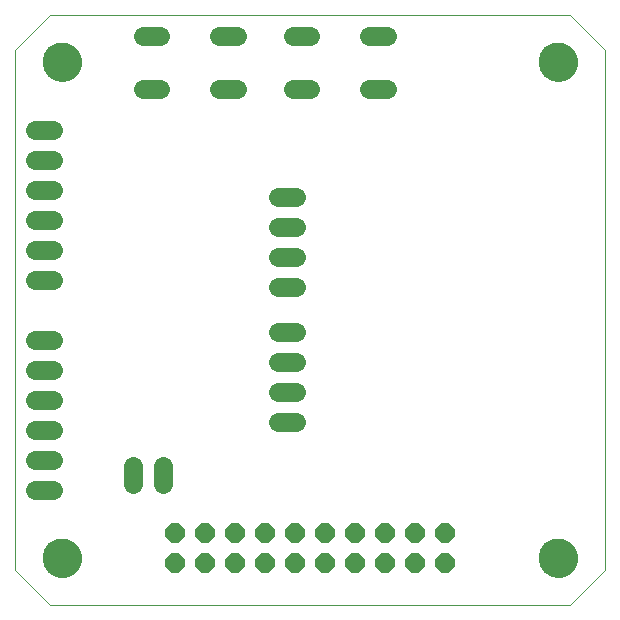
<source format=gbs>
G75*
%MOIN*%
%OFA0B0*%
%FSLAX25Y25*%
%IPPOS*%
%LPD*%
%AMOC8*
5,1,8,0,0,1.08239X$1,22.5*
%
%ADD10OC8,0.06400*%
%ADD11C,0.00000*%
%ADD12C,0.12998*%
%ADD13C,0.06400*%
%ADD14C,0.06337*%
D10*
X0122300Y0112600D03*
X0122300Y0122600D03*
X0132300Y0122600D03*
X0132300Y0112600D03*
X0142300Y0112600D03*
X0142300Y0122600D03*
X0152300Y0122600D03*
X0152300Y0112600D03*
X0162300Y0112600D03*
X0162300Y0122600D03*
X0172300Y0122600D03*
X0172300Y0112600D03*
X0182300Y0112600D03*
X0182300Y0122600D03*
X0192300Y0122600D03*
X0192300Y0112600D03*
X0202300Y0112600D03*
X0202300Y0122600D03*
X0212300Y0122600D03*
X0212300Y0112600D03*
D11*
X0080711Y0098500D02*
X0068900Y0110311D01*
X0068900Y0283539D01*
X0080711Y0295350D01*
X0253939Y0295350D01*
X0265750Y0283539D01*
X0265750Y0110311D01*
X0253939Y0098500D01*
X0080711Y0098500D01*
X0078349Y0114248D02*
X0078351Y0114406D01*
X0078357Y0114564D01*
X0078367Y0114722D01*
X0078381Y0114880D01*
X0078399Y0115037D01*
X0078420Y0115194D01*
X0078446Y0115350D01*
X0078476Y0115506D01*
X0078509Y0115661D01*
X0078547Y0115814D01*
X0078588Y0115967D01*
X0078633Y0116119D01*
X0078682Y0116270D01*
X0078735Y0116419D01*
X0078791Y0116567D01*
X0078851Y0116713D01*
X0078915Y0116858D01*
X0078983Y0117001D01*
X0079054Y0117143D01*
X0079128Y0117283D01*
X0079206Y0117420D01*
X0079288Y0117556D01*
X0079372Y0117690D01*
X0079461Y0117821D01*
X0079552Y0117950D01*
X0079647Y0118077D01*
X0079744Y0118202D01*
X0079845Y0118324D01*
X0079949Y0118443D01*
X0080056Y0118560D01*
X0080166Y0118674D01*
X0080279Y0118785D01*
X0080394Y0118894D01*
X0080512Y0118999D01*
X0080633Y0119101D01*
X0080756Y0119201D01*
X0080882Y0119297D01*
X0081010Y0119390D01*
X0081140Y0119480D01*
X0081273Y0119566D01*
X0081408Y0119650D01*
X0081544Y0119729D01*
X0081683Y0119806D01*
X0081824Y0119878D01*
X0081966Y0119948D01*
X0082110Y0120013D01*
X0082256Y0120075D01*
X0082403Y0120133D01*
X0082552Y0120188D01*
X0082702Y0120239D01*
X0082853Y0120286D01*
X0083005Y0120329D01*
X0083158Y0120368D01*
X0083313Y0120404D01*
X0083468Y0120435D01*
X0083624Y0120463D01*
X0083780Y0120487D01*
X0083937Y0120507D01*
X0084095Y0120523D01*
X0084252Y0120535D01*
X0084411Y0120543D01*
X0084569Y0120547D01*
X0084727Y0120547D01*
X0084885Y0120543D01*
X0085044Y0120535D01*
X0085201Y0120523D01*
X0085359Y0120507D01*
X0085516Y0120487D01*
X0085672Y0120463D01*
X0085828Y0120435D01*
X0085983Y0120404D01*
X0086138Y0120368D01*
X0086291Y0120329D01*
X0086443Y0120286D01*
X0086594Y0120239D01*
X0086744Y0120188D01*
X0086893Y0120133D01*
X0087040Y0120075D01*
X0087186Y0120013D01*
X0087330Y0119948D01*
X0087472Y0119878D01*
X0087613Y0119806D01*
X0087752Y0119729D01*
X0087888Y0119650D01*
X0088023Y0119566D01*
X0088156Y0119480D01*
X0088286Y0119390D01*
X0088414Y0119297D01*
X0088540Y0119201D01*
X0088663Y0119101D01*
X0088784Y0118999D01*
X0088902Y0118894D01*
X0089017Y0118785D01*
X0089130Y0118674D01*
X0089240Y0118560D01*
X0089347Y0118443D01*
X0089451Y0118324D01*
X0089552Y0118202D01*
X0089649Y0118077D01*
X0089744Y0117950D01*
X0089835Y0117821D01*
X0089924Y0117690D01*
X0090008Y0117556D01*
X0090090Y0117420D01*
X0090168Y0117283D01*
X0090242Y0117143D01*
X0090313Y0117001D01*
X0090381Y0116858D01*
X0090445Y0116713D01*
X0090505Y0116567D01*
X0090561Y0116419D01*
X0090614Y0116270D01*
X0090663Y0116119D01*
X0090708Y0115967D01*
X0090749Y0115814D01*
X0090787Y0115661D01*
X0090820Y0115506D01*
X0090850Y0115350D01*
X0090876Y0115194D01*
X0090897Y0115037D01*
X0090915Y0114880D01*
X0090929Y0114722D01*
X0090939Y0114564D01*
X0090945Y0114406D01*
X0090947Y0114248D01*
X0090945Y0114090D01*
X0090939Y0113932D01*
X0090929Y0113774D01*
X0090915Y0113616D01*
X0090897Y0113459D01*
X0090876Y0113302D01*
X0090850Y0113146D01*
X0090820Y0112990D01*
X0090787Y0112835D01*
X0090749Y0112682D01*
X0090708Y0112529D01*
X0090663Y0112377D01*
X0090614Y0112226D01*
X0090561Y0112077D01*
X0090505Y0111929D01*
X0090445Y0111783D01*
X0090381Y0111638D01*
X0090313Y0111495D01*
X0090242Y0111353D01*
X0090168Y0111213D01*
X0090090Y0111076D01*
X0090008Y0110940D01*
X0089924Y0110806D01*
X0089835Y0110675D01*
X0089744Y0110546D01*
X0089649Y0110419D01*
X0089552Y0110294D01*
X0089451Y0110172D01*
X0089347Y0110053D01*
X0089240Y0109936D01*
X0089130Y0109822D01*
X0089017Y0109711D01*
X0088902Y0109602D01*
X0088784Y0109497D01*
X0088663Y0109395D01*
X0088540Y0109295D01*
X0088414Y0109199D01*
X0088286Y0109106D01*
X0088156Y0109016D01*
X0088023Y0108930D01*
X0087888Y0108846D01*
X0087752Y0108767D01*
X0087613Y0108690D01*
X0087472Y0108618D01*
X0087330Y0108548D01*
X0087186Y0108483D01*
X0087040Y0108421D01*
X0086893Y0108363D01*
X0086744Y0108308D01*
X0086594Y0108257D01*
X0086443Y0108210D01*
X0086291Y0108167D01*
X0086138Y0108128D01*
X0085983Y0108092D01*
X0085828Y0108061D01*
X0085672Y0108033D01*
X0085516Y0108009D01*
X0085359Y0107989D01*
X0085201Y0107973D01*
X0085044Y0107961D01*
X0084885Y0107953D01*
X0084727Y0107949D01*
X0084569Y0107949D01*
X0084411Y0107953D01*
X0084252Y0107961D01*
X0084095Y0107973D01*
X0083937Y0107989D01*
X0083780Y0108009D01*
X0083624Y0108033D01*
X0083468Y0108061D01*
X0083313Y0108092D01*
X0083158Y0108128D01*
X0083005Y0108167D01*
X0082853Y0108210D01*
X0082702Y0108257D01*
X0082552Y0108308D01*
X0082403Y0108363D01*
X0082256Y0108421D01*
X0082110Y0108483D01*
X0081966Y0108548D01*
X0081824Y0108618D01*
X0081683Y0108690D01*
X0081544Y0108767D01*
X0081408Y0108846D01*
X0081273Y0108930D01*
X0081140Y0109016D01*
X0081010Y0109106D01*
X0080882Y0109199D01*
X0080756Y0109295D01*
X0080633Y0109395D01*
X0080512Y0109497D01*
X0080394Y0109602D01*
X0080279Y0109711D01*
X0080166Y0109822D01*
X0080056Y0109936D01*
X0079949Y0110053D01*
X0079845Y0110172D01*
X0079744Y0110294D01*
X0079647Y0110419D01*
X0079552Y0110546D01*
X0079461Y0110675D01*
X0079372Y0110806D01*
X0079288Y0110940D01*
X0079206Y0111076D01*
X0079128Y0111213D01*
X0079054Y0111353D01*
X0078983Y0111495D01*
X0078915Y0111638D01*
X0078851Y0111783D01*
X0078791Y0111929D01*
X0078735Y0112077D01*
X0078682Y0112226D01*
X0078633Y0112377D01*
X0078588Y0112529D01*
X0078547Y0112682D01*
X0078509Y0112835D01*
X0078476Y0112990D01*
X0078446Y0113146D01*
X0078420Y0113302D01*
X0078399Y0113459D01*
X0078381Y0113616D01*
X0078367Y0113774D01*
X0078357Y0113932D01*
X0078351Y0114090D01*
X0078349Y0114248D01*
X0078349Y0279602D02*
X0078351Y0279760D01*
X0078357Y0279918D01*
X0078367Y0280076D01*
X0078381Y0280234D01*
X0078399Y0280391D01*
X0078420Y0280548D01*
X0078446Y0280704D01*
X0078476Y0280860D01*
X0078509Y0281015D01*
X0078547Y0281168D01*
X0078588Y0281321D01*
X0078633Y0281473D01*
X0078682Y0281624D01*
X0078735Y0281773D01*
X0078791Y0281921D01*
X0078851Y0282067D01*
X0078915Y0282212D01*
X0078983Y0282355D01*
X0079054Y0282497D01*
X0079128Y0282637D01*
X0079206Y0282774D01*
X0079288Y0282910D01*
X0079372Y0283044D01*
X0079461Y0283175D01*
X0079552Y0283304D01*
X0079647Y0283431D01*
X0079744Y0283556D01*
X0079845Y0283678D01*
X0079949Y0283797D01*
X0080056Y0283914D01*
X0080166Y0284028D01*
X0080279Y0284139D01*
X0080394Y0284248D01*
X0080512Y0284353D01*
X0080633Y0284455D01*
X0080756Y0284555D01*
X0080882Y0284651D01*
X0081010Y0284744D01*
X0081140Y0284834D01*
X0081273Y0284920D01*
X0081408Y0285004D01*
X0081544Y0285083D01*
X0081683Y0285160D01*
X0081824Y0285232D01*
X0081966Y0285302D01*
X0082110Y0285367D01*
X0082256Y0285429D01*
X0082403Y0285487D01*
X0082552Y0285542D01*
X0082702Y0285593D01*
X0082853Y0285640D01*
X0083005Y0285683D01*
X0083158Y0285722D01*
X0083313Y0285758D01*
X0083468Y0285789D01*
X0083624Y0285817D01*
X0083780Y0285841D01*
X0083937Y0285861D01*
X0084095Y0285877D01*
X0084252Y0285889D01*
X0084411Y0285897D01*
X0084569Y0285901D01*
X0084727Y0285901D01*
X0084885Y0285897D01*
X0085044Y0285889D01*
X0085201Y0285877D01*
X0085359Y0285861D01*
X0085516Y0285841D01*
X0085672Y0285817D01*
X0085828Y0285789D01*
X0085983Y0285758D01*
X0086138Y0285722D01*
X0086291Y0285683D01*
X0086443Y0285640D01*
X0086594Y0285593D01*
X0086744Y0285542D01*
X0086893Y0285487D01*
X0087040Y0285429D01*
X0087186Y0285367D01*
X0087330Y0285302D01*
X0087472Y0285232D01*
X0087613Y0285160D01*
X0087752Y0285083D01*
X0087888Y0285004D01*
X0088023Y0284920D01*
X0088156Y0284834D01*
X0088286Y0284744D01*
X0088414Y0284651D01*
X0088540Y0284555D01*
X0088663Y0284455D01*
X0088784Y0284353D01*
X0088902Y0284248D01*
X0089017Y0284139D01*
X0089130Y0284028D01*
X0089240Y0283914D01*
X0089347Y0283797D01*
X0089451Y0283678D01*
X0089552Y0283556D01*
X0089649Y0283431D01*
X0089744Y0283304D01*
X0089835Y0283175D01*
X0089924Y0283044D01*
X0090008Y0282910D01*
X0090090Y0282774D01*
X0090168Y0282637D01*
X0090242Y0282497D01*
X0090313Y0282355D01*
X0090381Y0282212D01*
X0090445Y0282067D01*
X0090505Y0281921D01*
X0090561Y0281773D01*
X0090614Y0281624D01*
X0090663Y0281473D01*
X0090708Y0281321D01*
X0090749Y0281168D01*
X0090787Y0281015D01*
X0090820Y0280860D01*
X0090850Y0280704D01*
X0090876Y0280548D01*
X0090897Y0280391D01*
X0090915Y0280234D01*
X0090929Y0280076D01*
X0090939Y0279918D01*
X0090945Y0279760D01*
X0090947Y0279602D01*
X0090945Y0279444D01*
X0090939Y0279286D01*
X0090929Y0279128D01*
X0090915Y0278970D01*
X0090897Y0278813D01*
X0090876Y0278656D01*
X0090850Y0278500D01*
X0090820Y0278344D01*
X0090787Y0278189D01*
X0090749Y0278036D01*
X0090708Y0277883D01*
X0090663Y0277731D01*
X0090614Y0277580D01*
X0090561Y0277431D01*
X0090505Y0277283D01*
X0090445Y0277137D01*
X0090381Y0276992D01*
X0090313Y0276849D01*
X0090242Y0276707D01*
X0090168Y0276567D01*
X0090090Y0276430D01*
X0090008Y0276294D01*
X0089924Y0276160D01*
X0089835Y0276029D01*
X0089744Y0275900D01*
X0089649Y0275773D01*
X0089552Y0275648D01*
X0089451Y0275526D01*
X0089347Y0275407D01*
X0089240Y0275290D01*
X0089130Y0275176D01*
X0089017Y0275065D01*
X0088902Y0274956D01*
X0088784Y0274851D01*
X0088663Y0274749D01*
X0088540Y0274649D01*
X0088414Y0274553D01*
X0088286Y0274460D01*
X0088156Y0274370D01*
X0088023Y0274284D01*
X0087888Y0274200D01*
X0087752Y0274121D01*
X0087613Y0274044D01*
X0087472Y0273972D01*
X0087330Y0273902D01*
X0087186Y0273837D01*
X0087040Y0273775D01*
X0086893Y0273717D01*
X0086744Y0273662D01*
X0086594Y0273611D01*
X0086443Y0273564D01*
X0086291Y0273521D01*
X0086138Y0273482D01*
X0085983Y0273446D01*
X0085828Y0273415D01*
X0085672Y0273387D01*
X0085516Y0273363D01*
X0085359Y0273343D01*
X0085201Y0273327D01*
X0085044Y0273315D01*
X0084885Y0273307D01*
X0084727Y0273303D01*
X0084569Y0273303D01*
X0084411Y0273307D01*
X0084252Y0273315D01*
X0084095Y0273327D01*
X0083937Y0273343D01*
X0083780Y0273363D01*
X0083624Y0273387D01*
X0083468Y0273415D01*
X0083313Y0273446D01*
X0083158Y0273482D01*
X0083005Y0273521D01*
X0082853Y0273564D01*
X0082702Y0273611D01*
X0082552Y0273662D01*
X0082403Y0273717D01*
X0082256Y0273775D01*
X0082110Y0273837D01*
X0081966Y0273902D01*
X0081824Y0273972D01*
X0081683Y0274044D01*
X0081544Y0274121D01*
X0081408Y0274200D01*
X0081273Y0274284D01*
X0081140Y0274370D01*
X0081010Y0274460D01*
X0080882Y0274553D01*
X0080756Y0274649D01*
X0080633Y0274749D01*
X0080512Y0274851D01*
X0080394Y0274956D01*
X0080279Y0275065D01*
X0080166Y0275176D01*
X0080056Y0275290D01*
X0079949Y0275407D01*
X0079845Y0275526D01*
X0079744Y0275648D01*
X0079647Y0275773D01*
X0079552Y0275900D01*
X0079461Y0276029D01*
X0079372Y0276160D01*
X0079288Y0276294D01*
X0079206Y0276430D01*
X0079128Y0276567D01*
X0079054Y0276707D01*
X0078983Y0276849D01*
X0078915Y0276992D01*
X0078851Y0277137D01*
X0078791Y0277283D01*
X0078735Y0277431D01*
X0078682Y0277580D01*
X0078633Y0277731D01*
X0078588Y0277883D01*
X0078547Y0278036D01*
X0078509Y0278189D01*
X0078476Y0278344D01*
X0078446Y0278500D01*
X0078420Y0278656D01*
X0078399Y0278813D01*
X0078381Y0278970D01*
X0078367Y0279128D01*
X0078357Y0279286D01*
X0078351Y0279444D01*
X0078349Y0279602D01*
X0243703Y0279602D02*
X0243705Y0279760D01*
X0243711Y0279918D01*
X0243721Y0280076D01*
X0243735Y0280234D01*
X0243753Y0280391D01*
X0243774Y0280548D01*
X0243800Y0280704D01*
X0243830Y0280860D01*
X0243863Y0281015D01*
X0243901Y0281168D01*
X0243942Y0281321D01*
X0243987Y0281473D01*
X0244036Y0281624D01*
X0244089Y0281773D01*
X0244145Y0281921D01*
X0244205Y0282067D01*
X0244269Y0282212D01*
X0244337Y0282355D01*
X0244408Y0282497D01*
X0244482Y0282637D01*
X0244560Y0282774D01*
X0244642Y0282910D01*
X0244726Y0283044D01*
X0244815Y0283175D01*
X0244906Y0283304D01*
X0245001Y0283431D01*
X0245098Y0283556D01*
X0245199Y0283678D01*
X0245303Y0283797D01*
X0245410Y0283914D01*
X0245520Y0284028D01*
X0245633Y0284139D01*
X0245748Y0284248D01*
X0245866Y0284353D01*
X0245987Y0284455D01*
X0246110Y0284555D01*
X0246236Y0284651D01*
X0246364Y0284744D01*
X0246494Y0284834D01*
X0246627Y0284920D01*
X0246762Y0285004D01*
X0246898Y0285083D01*
X0247037Y0285160D01*
X0247178Y0285232D01*
X0247320Y0285302D01*
X0247464Y0285367D01*
X0247610Y0285429D01*
X0247757Y0285487D01*
X0247906Y0285542D01*
X0248056Y0285593D01*
X0248207Y0285640D01*
X0248359Y0285683D01*
X0248512Y0285722D01*
X0248667Y0285758D01*
X0248822Y0285789D01*
X0248978Y0285817D01*
X0249134Y0285841D01*
X0249291Y0285861D01*
X0249449Y0285877D01*
X0249606Y0285889D01*
X0249765Y0285897D01*
X0249923Y0285901D01*
X0250081Y0285901D01*
X0250239Y0285897D01*
X0250398Y0285889D01*
X0250555Y0285877D01*
X0250713Y0285861D01*
X0250870Y0285841D01*
X0251026Y0285817D01*
X0251182Y0285789D01*
X0251337Y0285758D01*
X0251492Y0285722D01*
X0251645Y0285683D01*
X0251797Y0285640D01*
X0251948Y0285593D01*
X0252098Y0285542D01*
X0252247Y0285487D01*
X0252394Y0285429D01*
X0252540Y0285367D01*
X0252684Y0285302D01*
X0252826Y0285232D01*
X0252967Y0285160D01*
X0253106Y0285083D01*
X0253242Y0285004D01*
X0253377Y0284920D01*
X0253510Y0284834D01*
X0253640Y0284744D01*
X0253768Y0284651D01*
X0253894Y0284555D01*
X0254017Y0284455D01*
X0254138Y0284353D01*
X0254256Y0284248D01*
X0254371Y0284139D01*
X0254484Y0284028D01*
X0254594Y0283914D01*
X0254701Y0283797D01*
X0254805Y0283678D01*
X0254906Y0283556D01*
X0255003Y0283431D01*
X0255098Y0283304D01*
X0255189Y0283175D01*
X0255278Y0283044D01*
X0255362Y0282910D01*
X0255444Y0282774D01*
X0255522Y0282637D01*
X0255596Y0282497D01*
X0255667Y0282355D01*
X0255735Y0282212D01*
X0255799Y0282067D01*
X0255859Y0281921D01*
X0255915Y0281773D01*
X0255968Y0281624D01*
X0256017Y0281473D01*
X0256062Y0281321D01*
X0256103Y0281168D01*
X0256141Y0281015D01*
X0256174Y0280860D01*
X0256204Y0280704D01*
X0256230Y0280548D01*
X0256251Y0280391D01*
X0256269Y0280234D01*
X0256283Y0280076D01*
X0256293Y0279918D01*
X0256299Y0279760D01*
X0256301Y0279602D01*
X0256299Y0279444D01*
X0256293Y0279286D01*
X0256283Y0279128D01*
X0256269Y0278970D01*
X0256251Y0278813D01*
X0256230Y0278656D01*
X0256204Y0278500D01*
X0256174Y0278344D01*
X0256141Y0278189D01*
X0256103Y0278036D01*
X0256062Y0277883D01*
X0256017Y0277731D01*
X0255968Y0277580D01*
X0255915Y0277431D01*
X0255859Y0277283D01*
X0255799Y0277137D01*
X0255735Y0276992D01*
X0255667Y0276849D01*
X0255596Y0276707D01*
X0255522Y0276567D01*
X0255444Y0276430D01*
X0255362Y0276294D01*
X0255278Y0276160D01*
X0255189Y0276029D01*
X0255098Y0275900D01*
X0255003Y0275773D01*
X0254906Y0275648D01*
X0254805Y0275526D01*
X0254701Y0275407D01*
X0254594Y0275290D01*
X0254484Y0275176D01*
X0254371Y0275065D01*
X0254256Y0274956D01*
X0254138Y0274851D01*
X0254017Y0274749D01*
X0253894Y0274649D01*
X0253768Y0274553D01*
X0253640Y0274460D01*
X0253510Y0274370D01*
X0253377Y0274284D01*
X0253242Y0274200D01*
X0253106Y0274121D01*
X0252967Y0274044D01*
X0252826Y0273972D01*
X0252684Y0273902D01*
X0252540Y0273837D01*
X0252394Y0273775D01*
X0252247Y0273717D01*
X0252098Y0273662D01*
X0251948Y0273611D01*
X0251797Y0273564D01*
X0251645Y0273521D01*
X0251492Y0273482D01*
X0251337Y0273446D01*
X0251182Y0273415D01*
X0251026Y0273387D01*
X0250870Y0273363D01*
X0250713Y0273343D01*
X0250555Y0273327D01*
X0250398Y0273315D01*
X0250239Y0273307D01*
X0250081Y0273303D01*
X0249923Y0273303D01*
X0249765Y0273307D01*
X0249606Y0273315D01*
X0249449Y0273327D01*
X0249291Y0273343D01*
X0249134Y0273363D01*
X0248978Y0273387D01*
X0248822Y0273415D01*
X0248667Y0273446D01*
X0248512Y0273482D01*
X0248359Y0273521D01*
X0248207Y0273564D01*
X0248056Y0273611D01*
X0247906Y0273662D01*
X0247757Y0273717D01*
X0247610Y0273775D01*
X0247464Y0273837D01*
X0247320Y0273902D01*
X0247178Y0273972D01*
X0247037Y0274044D01*
X0246898Y0274121D01*
X0246762Y0274200D01*
X0246627Y0274284D01*
X0246494Y0274370D01*
X0246364Y0274460D01*
X0246236Y0274553D01*
X0246110Y0274649D01*
X0245987Y0274749D01*
X0245866Y0274851D01*
X0245748Y0274956D01*
X0245633Y0275065D01*
X0245520Y0275176D01*
X0245410Y0275290D01*
X0245303Y0275407D01*
X0245199Y0275526D01*
X0245098Y0275648D01*
X0245001Y0275773D01*
X0244906Y0275900D01*
X0244815Y0276029D01*
X0244726Y0276160D01*
X0244642Y0276294D01*
X0244560Y0276430D01*
X0244482Y0276567D01*
X0244408Y0276707D01*
X0244337Y0276849D01*
X0244269Y0276992D01*
X0244205Y0277137D01*
X0244145Y0277283D01*
X0244089Y0277431D01*
X0244036Y0277580D01*
X0243987Y0277731D01*
X0243942Y0277883D01*
X0243901Y0278036D01*
X0243863Y0278189D01*
X0243830Y0278344D01*
X0243800Y0278500D01*
X0243774Y0278656D01*
X0243753Y0278813D01*
X0243735Y0278970D01*
X0243721Y0279128D01*
X0243711Y0279286D01*
X0243705Y0279444D01*
X0243703Y0279602D01*
X0243703Y0114248D02*
X0243705Y0114406D01*
X0243711Y0114564D01*
X0243721Y0114722D01*
X0243735Y0114880D01*
X0243753Y0115037D01*
X0243774Y0115194D01*
X0243800Y0115350D01*
X0243830Y0115506D01*
X0243863Y0115661D01*
X0243901Y0115814D01*
X0243942Y0115967D01*
X0243987Y0116119D01*
X0244036Y0116270D01*
X0244089Y0116419D01*
X0244145Y0116567D01*
X0244205Y0116713D01*
X0244269Y0116858D01*
X0244337Y0117001D01*
X0244408Y0117143D01*
X0244482Y0117283D01*
X0244560Y0117420D01*
X0244642Y0117556D01*
X0244726Y0117690D01*
X0244815Y0117821D01*
X0244906Y0117950D01*
X0245001Y0118077D01*
X0245098Y0118202D01*
X0245199Y0118324D01*
X0245303Y0118443D01*
X0245410Y0118560D01*
X0245520Y0118674D01*
X0245633Y0118785D01*
X0245748Y0118894D01*
X0245866Y0118999D01*
X0245987Y0119101D01*
X0246110Y0119201D01*
X0246236Y0119297D01*
X0246364Y0119390D01*
X0246494Y0119480D01*
X0246627Y0119566D01*
X0246762Y0119650D01*
X0246898Y0119729D01*
X0247037Y0119806D01*
X0247178Y0119878D01*
X0247320Y0119948D01*
X0247464Y0120013D01*
X0247610Y0120075D01*
X0247757Y0120133D01*
X0247906Y0120188D01*
X0248056Y0120239D01*
X0248207Y0120286D01*
X0248359Y0120329D01*
X0248512Y0120368D01*
X0248667Y0120404D01*
X0248822Y0120435D01*
X0248978Y0120463D01*
X0249134Y0120487D01*
X0249291Y0120507D01*
X0249449Y0120523D01*
X0249606Y0120535D01*
X0249765Y0120543D01*
X0249923Y0120547D01*
X0250081Y0120547D01*
X0250239Y0120543D01*
X0250398Y0120535D01*
X0250555Y0120523D01*
X0250713Y0120507D01*
X0250870Y0120487D01*
X0251026Y0120463D01*
X0251182Y0120435D01*
X0251337Y0120404D01*
X0251492Y0120368D01*
X0251645Y0120329D01*
X0251797Y0120286D01*
X0251948Y0120239D01*
X0252098Y0120188D01*
X0252247Y0120133D01*
X0252394Y0120075D01*
X0252540Y0120013D01*
X0252684Y0119948D01*
X0252826Y0119878D01*
X0252967Y0119806D01*
X0253106Y0119729D01*
X0253242Y0119650D01*
X0253377Y0119566D01*
X0253510Y0119480D01*
X0253640Y0119390D01*
X0253768Y0119297D01*
X0253894Y0119201D01*
X0254017Y0119101D01*
X0254138Y0118999D01*
X0254256Y0118894D01*
X0254371Y0118785D01*
X0254484Y0118674D01*
X0254594Y0118560D01*
X0254701Y0118443D01*
X0254805Y0118324D01*
X0254906Y0118202D01*
X0255003Y0118077D01*
X0255098Y0117950D01*
X0255189Y0117821D01*
X0255278Y0117690D01*
X0255362Y0117556D01*
X0255444Y0117420D01*
X0255522Y0117283D01*
X0255596Y0117143D01*
X0255667Y0117001D01*
X0255735Y0116858D01*
X0255799Y0116713D01*
X0255859Y0116567D01*
X0255915Y0116419D01*
X0255968Y0116270D01*
X0256017Y0116119D01*
X0256062Y0115967D01*
X0256103Y0115814D01*
X0256141Y0115661D01*
X0256174Y0115506D01*
X0256204Y0115350D01*
X0256230Y0115194D01*
X0256251Y0115037D01*
X0256269Y0114880D01*
X0256283Y0114722D01*
X0256293Y0114564D01*
X0256299Y0114406D01*
X0256301Y0114248D01*
X0256299Y0114090D01*
X0256293Y0113932D01*
X0256283Y0113774D01*
X0256269Y0113616D01*
X0256251Y0113459D01*
X0256230Y0113302D01*
X0256204Y0113146D01*
X0256174Y0112990D01*
X0256141Y0112835D01*
X0256103Y0112682D01*
X0256062Y0112529D01*
X0256017Y0112377D01*
X0255968Y0112226D01*
X0255915Y0112077D01*
X0255859Y0111929D01*
X0255799Y0111783D01*
X0255735Y0111638D01*
X0255667Y0111495D01*
X0255596Y0111353D01*
X0255522Y0111213D01*
X0255444Y0111076D01*
X0255362Y0110940D01*
X0255278Y0110806D01*
X0255189Y0110675D01*
X0255098Y0110546D01*
X0255003Y0110419D01*
X0254906Y0110294D01*
X0254805Y0110172D01*
X0254701Y0110053D01*
X0254594Y0109936D01*
X0254484Y0109822D01*
X0254371Y0109711D01*
X0254256Y0109602D01*
X0254138Y0109497D01*
X0254017Y0109395D01*
X0253894Y0109295D01*
X0253768Y0109199D01*
X0253640Y0109106D01*
X0253510Y0109016D01*
X0253377Y0108930D01*
X0253242Y0108846D01*
X0253106Y0108767D01*
X0252967Y0108690D01*
X0252826Y0108618D01*
X0252684Y0108548D01*
X0252540Y0108483D01*
X0252394Y0108421D01*
X0252247Y0108363D01*
X0252098Y0108308D01*
X0251948Y0108257D01*
X0251797Y0108210D01*
X0251645Y0108167D01*
X0251492Y0108128D01*
X0251337Y0108092D01*
X0251182Y0108061D01*
X0251026Y0108033D01*
X0250870Y0108009D01*
X0250713Y0107989D01*
X0250555Y0107973D01*
X0250398Y0107961D01*
X0250239Y0107953D01*
X0250081Y0107949D01*
X0249923Y0107949D01*
X0249765Y0107953D01*
X0249606Y0107961D01*
X0249449Y0107973D01*
X0249291Y0107989D01*
X0249134Y0108009D01*
X0248978Y0108033D01*
X0248822Y0108061D01*
X0248667Y0108092D01*
X0248512Y0108128D01*
X0248359Y0108167D01*
X0248207Y0108210D01*
X0248056Y0108257D01*
X0247906Y0108308D01*
X0247757Y0108363D01*
X0247610Y0108421D01*
X0247464Y0108483D01*
X0247320Y0108548D01*
X0247178Y0108618D01*
X0247037Y0108690D01*
X0246898Y0108767D01*
X0246762Y0108846D01*
X0246627Y0108930D01*
X0246494Y0109016D01*
X0246364Y0109106D01*
X0246236Y0109199D01*
X0246110Y0109295D01*
X0245987Y0109395D01*
X0245866Y0109497D01*
X0245748Y0109602D01*
X0245633Y0109711D01*
X0245520Y0109822D01*
X0245410Y0109936D01*
X0245303Y0110053D01*
X0245199Y0110172D01*
X0245098Y0110294D01*
X0245001Y0110419D01*
X0244906Y0110546D01*
X0244815Y0110675D01*
X0244726Y0110806D01*
X0244642Y0110940D01*
X0244560Y0111076D01*
X0244482Y0111213D01*
X0244408Y0111353D01*
X0244337Y0111495D01*
X0244269Y0111638D01*
X0244205Y0111783D01*
X0244145Y0111929D01*
X0244089Y0112077D01*
X0244036Y0112226D01*
X0243987Y0112377D01*
X0243942Y0112529D01*
X0243901Y0112682D01*
X0243863Y0112835D01*
X0243830Y0112990D01*
X0243800Y0113146D01*
X0243774Y0113302D01*
X0243753Y0113459D01*
X0243735Y0113616D01*
X0243721Y0113774D01*
X0243711Y0113932D01*
X0243705Y0114090D01*
X0243703Y0114248D01*
D12*
X0250002Y0114248D03*
X0084648Y0114248D03*
X0084648Y0279602D03*
X0250002Y0279602D03*
D13*
X0162800Y0234500D02*
X0156800Y0234500D01*
X0156800Y0224500D02*
X0162800Y0224500D01*
X0162800Y0214500D02*
X0156800Y0214500D01*
X0156800Y0204500D02*
X0162800Y0204500D01*
X0162700Y0189500D02*
X0156700Y0189500D01*
X0156700Y0179500D02*
X0162700Y0179500D01*
X0162700Y0169500D02*
X0156700Y0169500D01*
X0156700Y0159500D02*
X0162700Y0159500D01*
X0118400Y0144900D02*
X0118400Y0138900D01*
X0108400Y0138900D02*
X0108400Y0144900D01*
X0081743Y0146925D02*
X0075743Y0146925D01*
X0075743Y0136925D02*
X0081743Y0136925D01*
X0081743Y0156925D02*
X0075743Y0156925D01*
X0075743Y0166925D02*
X0081743Y0166925D01*
X0081743Y0176925D02*
X0075743Y0176925D01*
X0075743Y0186925D02*
X0081743Y0186925D01*
X0081743Y0206925D02*
X0075743Y0206925D01*
X0075743Y0216925D02*
X0081743Y0216925D01*
X0081743Y0226925D02*
X0075743Y0226925D01*
X0075743Y0236925D02*
X0081743Y0236925D01*
X0081743Y0246925D02*
X0075743Y0246925D01*
X0075743Y0256925D02*
X0081743Y0256925D01*
D14*
X0111536Y0270642D02*
X0117473Y0270642D01*
X0117473Y0288358D02*
X0111536Y0288358D01*
X0137127Y0288358D02*
X0143064Y0288358D01*
X0143064Y0270642D02*
X0137127Y0270642D01*
X0161536Y0270642D02*
X0167473Y0270642D01*
X0167473Y0288358D02*
X0161536Y0288358D01*
X0187127Y0288358D02*
X0193064Y0288358D01*
X0193064Y0270642D02*
X0187127Y0270642D01*
M02*

</source>
